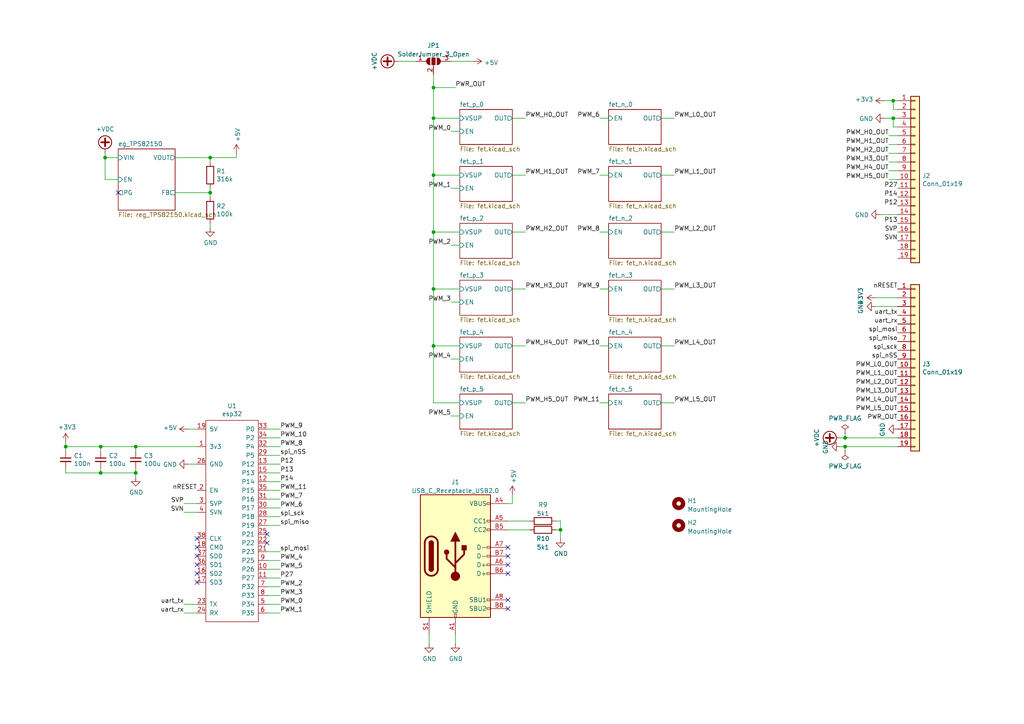
<source format=kicad_sch>
(kicad_sch (version 20211123) (generator eeschema)
  (paper "A4")
  (lib_symbols
    (symbol "Connector:USB_C_Receptacle_USB2.0" (pin_names (offset 1.016))
      (property "Reference" "J" (at -10.16 19.05 0))
      (property "Value" "USB_C_Receptacle_USB2.0" (at 19.05 19.05 0))
      (symbol "USB_C_Receptacle_USB2.0_0_0"
        (rectangle (start -0.254 -17.78) (end 0.254 -16.764))
        (rectangle (start 10.16 -14.986) (end 9.144 -15.494))
        (rectangle (start 10.16 -12.446) (end 9.144 -12.954))
        (rectangle (start 10.16 -4.826) (end 9.144 -5.334))
        (rectangle (start 10.16 -2.286) (end 9.144 -2.794))
        (rectangle (start 10.16 0.254) (end 9.144 -0.254))
        (rectangle (start 10.16 2.794) (end 9.144 2.286))
        (rectangle (start 10.16 7.874) (end 9.144 7.366))
        (rectangle (start 10.16 10.414) (end 9.144 9.906))
        (rectangle (start 10.16 15.494) (end 9.144 14.986))
      )
      (symbol "USB_C_Receptacle_USB2.0_0_1"
        (rectangle (start -10.16 17.78) (end 10.16 -17.78) (stroke (width 0.254)) (fill (type background)))
        (arc (start -8.89 -3.81) (mid -6.985 -5.715) (end -5.08 -3.81) (stroke (width 0.508)))
        (arc (start -7.62 -3.81) (mid -6.985 -4.445) (end -6.35 -3.81) (stroke (width 0.254)))
        (arc (start -7.62 -3.81) (mid -6.985 -4.445) (end -6.35 -3.81) (stroke (width 0.254)) (fill (type outline)))
        (rectangle (start -7.62 -3.81) (end -6.35 3.81) (stroke (width 0.254)) (fill (type outline)))
        (arc (start -6.35 3.81) (mid -6.985 4.445) (end -7.62 3.81) (stroke (width 0.254)))
        (arc (start -6.35 3.81) (mid -6.985 4.445) (end -7.62 3.81) (stroke (width 0.254)) (fill (type outline)))
        (arc (start -5.08 3.81) (mid -6.985 5.715) (end -8.89 3.81) (stroke (width 0.508)))
        (circle (center -2.54 1.143) (radius 0.635) (stroke (width 0.254)) (fill (type outline)))
        (circle (center 0 -5.842) (radius 1.27) (fill (type outline)))
        (polyline (pts (xy -8.89 -3.81) (xy -8.89 3.81)) (stroke (width 0.508)))
        (polyline (pts (xy -5.08 3.81) (xy -5.08 -3.81)) (stroke (width 0.508)))
        (polyline (pts (xy 0 -5.842) (xy 0 4.318)) (stroke (width 0.508)))
        (polyline (pts (xy 0 -3.302) (xy -2.54 -0.762) (xy -2.54 0.508)) (stroke (width 0.508)))
        (polyline (pts (xy 0 -2.032) (xy 2.54 0.508) (xy 2.54 1.778)) (stroke (width 0.508)))
        (polyline (pts (xy -1.27 4.318) (xy 0 6.858) (xy 1.27 4.318) (xy -1.27 4.318)) (stroke (width 0.254)) (fill (type outline)))
        (rectangle (start 1.905 1.778) (end 3.175 3.048) (stroke (width 0.254)) (fill (type outline)))
      )
      (symbol "USB_C_Receptacle_USB2.0_1_1"
        (pin passive line (at 0 -22.86 90) (length 5.08) (name "GND") (number "A1"))
        (pin passive line (at 0 -22.86 90) (length 5.08) hide (name "GND") (number "A12"))
        (pin passive line (at 15.24 15.24 180) (length 5.08) (name "VBUS") (number "A4"))
        (pin bidirectional line (at 15.24 10.16 180) (length 5.08) (name "CC1") (number "A5"))
        (pin bidirectional line (at 15.24 -2.54 180) (length 5.08) (name "D+") (number "A6"))
        (pin bidirectional line (at 15.24 2.54 180) (length 5.08) (name "D-") (number "A7"))
        (pin bidirectional line (at 15.24 -12.7 180) (length 5.08) (name "SBU1") (number "A8"))
        (pin passive line (at 15.24 15.24 180) (length 5.08) hide (name "VBUS") (number "A9"))
        (pin passive line (at 0 -22.86 90) (length 5.08) hide (name "GND") (number "B1"))
        (pin passive line (at 0 -22.86 90) (length 5.08) hide (name "GND") (number "B12"))
        (pin passive line (at 15.24 15.24 180) (length 5.08) hide (name "VBUS") (number "B4"))
        (pin bidirectional line (at 15.24 7.62 180) (length 5.08) (name "CC2") (number "B5"))
        (pin bidirectional line (at 15.24 -5.08 180) (length 5.08) (name "D+") (number "B6"))
        (pin bidirectional line (at 15.24 0 180) (length 5.08) (name "D-") (number "B7"))
        (pin bidirectional line (at 15.24 -15.24 180) (length 5.08) (name "SBU2") (number "B8"))
        (pin passive line (at 15.24 15.24 180) (length 5.08) hide (name "VBUS") (number "B9"))
        (pin passive line (at -7.62 -22.86 90) (length 5.08) (name "SHIELD") (number "S1"))
      )
    )
    (symbol "Connector_Generic:Conn_01x19" (pin_names (offset 1.016) hide)
      (property "Reference" "J" (at 0 25.4 0))
      (property "Value" "Conn_01x19" (at 0 -25.4 0))
      (symbol "Conn_01x19_1_1"
        (rectangle (start -1.27 -22.733) (end 0 -22.987) (stroke (width 0.1524)))
        (rectangle (start -1.27 -20.193) (end 0 -20.447) (stroke (width 0.1524)))
        (rectangle (start -1.27 -17.653) (end 0 -17.907) (stroke (width 0.1524)))
        (rectangle (start -1.27 -15.113) (end 0 -15.367) (stroke (width 0.1524)))
        (rectangle (start -1.27 -12.573) (end 0 -12.827) (stroke (width 0.1524)))
        (rectangle (start -1.27 -10.033) (end 0 -10.287) (stroke (width 0.1524)))
        (rectangle (start -1.27 -7.493) (end 0 -7.747) (stroke (width 0.1524)))
        (rectangle (start -1.27 -4.953) (end 0 -5.207) (stroke (width 0.1524)))
        (rectangle (start -1.27 -2.413) (end 0 -2.667) (stroke (width 0.1524)))
        (rectangle (start -1.27 0.127) (end 0 -0.127) (stroke (width 0.1524)))
        (rectangle (start -1.27 2.667) (end 0 2.413) (stroke (width 0.1524)))
        (rectangle (start -1.27 5.207) (end 0 4.953) (stroke (width 0.1524)))
        (rectangle (start -1.27 7.747) (end 0 7.493) (stroke (width 0.1524)))
        (rectangle (start -1.27 10.287) (end 0 10.033) (stroke (width 0.1524)))
        (rectangle (start -1.27 12.827) (end 0 12.573) (stroke (width 0.1524)))
        (rectangle (start -1.27 15.367) (end 0 15.113) (stroke (width 0.1524)))
        (rectangle (start -1.27 17.907) (end 0 17.653) (stroke (width 0.1524)))
        (rectangle (start -1.27 20.447) (end 0 20.193) (stroke (width 0.1524)))
        (rectangle (start -1.27 22.987) (end 0 22.733) (stroke (width 0.1524)))
        (rectangle (start -1.27 24.13) (end 1.27 -24.13) (stroke (width 0.254)) (fill (type background)))
        (pin passive line (at -5.08 22.86 0) (length 3.81) (name "Pin_1") (number "1"))
        (pin passive line (at -5.08 0 0) (length 3.81) (name "Pin_10") (number "10"))
        (pin passive line (at -5.08 -2.54 0) (length 3.81) (name "Pin_11") (number "11"))
        (pin passive line (at -5.08 -5.08 0) (length 3.81) (name "Pin_12") (number "12"))
        (pin passive line (at -5.08 -7.62 0) (length 3.81) (name "Pin_13") (number "13"))
        (pin passive line (at -5.08 -10.16 0) (length 3.81) (name "Pin_14") (number "14"))
        (pin passive line (at -5.08 -12.7 0) (length 3.81) (name "Pin_15") (number "15"))
        (pin passive line (at -5.08 -15.24 0) (length 3.81) (name "Pin_16") (number "16"))
        (pin passive line (at -5.08 -17.78 0) (length 3.81) (name "Pin_17") (number "17"))
        (pin passive line (at -5.08 -20.32 0) (length 3.81) (name "Pin_18") (number "18"))
        (pin passive line (at -5.08 -22.86 0) (length 3.81) (name "Pin_19") (number "19"))
        (pin passive line (at -5.08 20.32 0) (length 3.81) (name "Pin_2") (number "2"))
        (pin passive line (at -5.08 17.78 0) (length 3.81) (name "Pin_3") (number "3"))
        (pin passive line (at -5.08 15.24 0) (length 3.81) (name "Pin_4") (number "4"))
        (pin passive line (at -5.08 12.7 0) (length 3.81) (name "Pin_5") (number "5"))
        (pin passive line (at -5.08 10.16 0) (length 3.81) (name "Pin_6") (number "6"))
        (pin passive line (at -5.08 7.62 0) (length 3.81) (name "Pin_7") (number "7"))
        (pin passive line (at -5.08 5.08 0) (length 3.81) (name "Pin_8") (number "8"))
        (pin passive line (at -5.08 2.54 0) (length 3.81) (name "Pin_9") (number "9"))
      )
    )
    (symbol "Device:C_Small" (pin_numbers hide) (pin_names (offset 0.254) hide)
      (property "Reference" "C" (at 0.254 1.778 0))
      (property "Value" "C_Small" (at 0.254 -2.032 0))
      (symbol "C_Small_0_1"
        (polyline (pts (xy -1.524 -0.508) (xy 1.524 -0.508)) (stroke (width 0.3302)))
        (polyline (pts (xy -1.524 0.508) (xy 1.524 0.508)) (stroke (width 0.3048)))
      )
      (symbol "C_Small_1_1"
        (pin passive line (at 0 2.54 270) (length 2.032) (name "~") (number "1"))
        (pin passive line (at 0 -2.54 90) (length 2.032) (name "~") (number "2"))
      )
    )
    (symbol "Device:R" (pin_numbers hide) (pin_names (offset 0))
      (property "Reference" "R" (at 2.032 0 90))
      (property "Value" "R" (at 0 0 90))
      (symbol "R_0_1"
        (rectangle (start -1.016 -2.54) (end 1.016 2.54) (stroke (width 0.254)))
      )
      (symbol "R_1_1"
        (pin passive line (at 0 3.81 270) (length 1.27) (name "~") (number "1"))
        (pin passive line (at 0 -3.81 90) (length 1.27) (name "~") (number "2"))
      )
    )
    (symbol "Jumper:SolderJumper_3_Open" (pin_names (offset 0) hide)
      (property "Reference" "JP" (at -2.54 -2.54 0))
      (property "Value" "SolderJumper_3_Open" (at 0 2.794 0))
      (symbol "SolderJumper_3_Open_0_1"
        (arc (start -1.016 1.016) (mid -2.032 0) (end -1.016 -1.016))
        (arc (start -1.016 1.016) (mid -2.032 0) (end -1.016 -1.016) (fill (type outline)))
        (rectangle (start -0.508 1.016) (end 0.508 -1.016) (fill (type outline)))
        (polyline (pts (xy -2.54 0) (xy -2.032 0)))
        (polyline (pts (xy -1.016 1.016) (xy -1.016 -1.016)))
        (polyline (pts (xy 0 -1.27) (xy 0 -1.016)))
        (polyline (pts (xy 1.016 1.016) (xy 1.016 -1.016)))
        (polyline (pts (xy 2.54 0) (xy 2.032 0)))
        (arc (start 1.016 -1.016) (mid 2.032 0) (end 1.016 1.016))
        (arc (start 1.016 -1.016) (mid 2.032 0) (end 1.016 1.016) (fill (type outline)))
      )
      (symbol "SolderJumper_3_Open_1_1"
        (pin passive line (at -5.08 0 0) (length 2.54) (name "A") (number "1"))
        (pin passive line (at 0 -3.81 90) (length 2.54) (name "C") (number "2"))
        (pin passive line (at 5.08 0 180) (length 2.54) (name "B") (number "3"))
      )
    )
    (symbol "Mechanical:MountingHole" (pin_names (offset 1.016))
      (property "Reference" "H" (at 0 5.08 0))
      (property "Value" "MountingHole" (at 0 3.175 0))
      (symbol "MountingHole_0_1"
        (circle (center 0 0) (radius 1.27) (stroke (width 1.27)))
      )
    )
    (symbol "nodemcu:esp32" (pin_names (offset 1.016))
      (property "Reference" "U" (at 3.81 -27.94 0))
      (property "Value" "esp32" (at -5.08 -27.94 0))
      (symbol "esp32_0_1"
        (rectangle (start -7.62 31.75) (end 7.62 -26.67))
      )
      (symbol "esp32_1_1"
        (pin power_out line (at -10.16 24.13 0) (length 2.54) (name "3v3") (number "1"))
        (pin bidirectional line (at 10.16 -11.43 180) (length 2.54) (name "P26") (number "10"))
        (pin bidirectional line (at 10.16 -13.97 180) (length 2.54) (name "P27") (number "11"))
        (pin bidirectional line (at 10.16 13.97 180) (length 2.54) (name "P14") (number "12"))
        (pin bidirectional line (at 10.16 19.05 180) (length 2.54) (name "P12") (number "13"))
        (pin passive line (at -10.16 19.05 0) (length 2.54) hide (name "GND") (number "14"))
        (pin bidirectional line (at 10.16 16.51 180) (length 2.54) (name "P13") (number "15"))
        (pin bidirectional line (at -10.16 -12.7 0) (length 2.54) (name "SD2") (number "16"))
        (pin bidirectional line (at -10.16 -15.24 0) (length 2.54) (name "SD3") (number "17"))
        (pin bidirectional line (at -10.16 -5.08 0) (length 2.54) (name "CMD") (number "18"))
        (pin power_in line (at -10.16 29.21 0) (length 2.54) (name "5V") (number "19"))
        (pin input line (at -10.16 11.43 0) (length 2.54) (name "EN") (number "2"))
        (pin passive line (at -10.16 19.05 0) (length 2.54) hide (name "GND") (number "20"))
        (pin bidirectional line (at 10.16 -6.35 180) (length 2.54) (name "P23") (number "21"))
        (pin bidirectional line (at 10.16 -3.81 180) (length 2.54) (name "P22") (number "22"))
        (pin output line (at -10.16 -21.59 0) (length 2.54) (name "TX") (number "23"))
        (pin input line (at -10.16 -24.13 0) (length 2.54) (name "RX") (number "24"))
        (pin bidirectional line (at 10.16 -1.27 180) (length 2.54) (name "P21") (number "25"))
        (pin power_in line (at -10.16 19.05 0) (length 2.54) (name "GND") (number "26"))
        (pin bidirectional line (at 10.16 1.27 180) (length 2.54) (name "P19") (number "27"))
        (pin bidirectional line (at 10.16 3.81 180) (length 2.54) (name "P18") (number "28"))
        (pin bidirectional line (at 10.16 21.59 180) (length 2.54) (name "P5") (number "29"))
        (pin bidirectional line (at -10.16 7.62 0) (length 2.54) (name "SVP") (number "3"))
        (pin bidirectional line (at 10.16 6.35 180) (length 2.54) (name "P17") (number "30"))
        (pin bidirectional line (at 10.16 8.89 180) (length 2.54) (name "P16") (number "31"))
        (pin bidirectional line (at 10.16 24.13 180) (length 2.54) (name "P4") (number "32"))
        (pin bidirectional line (at 10.16 29.21 180) (length 2.54) (name "P0") (number "33"))
        (pin bidirectional line (at 10.16 26.67 180) (length 2.54) (name "P2") (number "34"))
        (pin bidirectional line (at 10.16 11.43 180) (length 2.54) (name "P15") (number "35"))
        (pin bidirectional line (at -10.16 -10.16 0) (length 2.54) (name "SD1") (number "36"))
        (pin bidirectional line (at -10.16 -7.62 0) (length 2.54) (name "SD0") (number "37"))
        (pin bidirectional line (at -10.16 -2.54 0) (length 2.54) (name "CLK") (number "38"))
        (pin bidirectional line (at -10.16 5.08 0) (length 2.54) (name "SVN") (number "4"))
        (pin bidirectional line (at 10.16 -21.59 180) (length 2.54) (name "P34") (number "5"))
        (pin bidirectional line (at 10.16 -24.13 180) (length 2.54) (name "P35") (number "6"))
        (pin bidirectional line (at 10.16 -16.51 180) (length 2.54) (name "P32") (number "7"))
        (pin bidirectional line (at 10.16 -19.05 180) (length 2.54) (name "P33") (number "8"))
        (pin bidirectional line (at 10.16 -8.89 180) (length 2.54) (name "P25") (number "9"))
      )
    )
    (symbol "power:+3V3" (power) (pin_names (offset 0))
      (property "Value" "+3V3" (at 0 3.556 0))
      (symbol "+3V3_0_1"
        (polyline (pts (xy -0.762 1.27) (xy 0 2.54)))
        (polyline (pts (xy 0 0) (xy 0 2.54)))
        (polyline (pts (xy 0 2.54) (xy 0.762 1.27)))
      )
      (symbol "+3V3_1_1"
        (pin power_in line (at 0 0 90) (length 0) hide (name "+3V3") (number "1"))
      )
    )
    (symbol "power:+5V" (power) (pin_names (offset 0))
      (property "Value" "+5V" (at 0 3.556 0))
      (symbol "+5V_0_1"
        (polyline (pts (xy -0.762 1.27) (xy 0 2.54)))
        (polyline (pts (xy 0 0) (xy 0 2.54)))
        (polyline (pts (xy 0 2.54) (xy 0.762 1.27)))
      )
      (symbol "+5V_1_1"
        (pin power_in line (at 0 0 90) (length 0) hide (name "+5V") (number "1"))
      )
    )
    (symbol "power:+VDC" (power) (pin_names (offset 0))
      (property "Value" "+VDC" (at 0 6.35 0))
      (symbol "+VDC_0_1"
        (polyline (pts (xy -1.143 3.175) (xy 1.143 3.175)) (stroke (width 0.508)))
        (polyline (pts (xy 0 0) (xy 0 1.27)))
        (polyline (pts (xy 0 2.032) (xy 0 4.318)) (stroke (width 0.508)))
        (circle (center 0 3.175) (radius 1.905) (stroke (width 0.254)))
      )
      (symbol "+VDC_1_1"
        (pin power_in line (at 0 0 90) (length 0) hide (name "+VDC") (number "1"))
      )
    )
    (symbol "power:GND" (power) (pin_names (offset 0))
      (property "Value" "GND" (at 0 -3.81 0))
      (symbol "GND_0_1"
        (polyline (pts (xy 0 0) (xy 0 -1.27) (xy 1.27 -1.27) (xy 0 -2.54) (xy -1.27 -1.27) (xy 0 -1.27)))
      )
      (symbol "GND_1_1"
        (pin power_in line (at 0 0 270) (length 0) hide (name "GND") (number "1"))
      )
    )
    (symbol "power:PWR_FLAG" (power) (pin_numbers hide) (pin_names (offset 0) hide)
      (property "Value" "PWR_FLAG" (at 0 3.81 0))
      (symbol "PWR_FLAG_0_0"
        (pin power_out line (at 0 0 90) (length 0) (name "pwr") (number "1"))
      )
      (symbol "PWR_FLAG_0_1"
        (polyline (pts (xy 0 0) (xy 0 1.27) (xy -1.016 1.905) (xy 0 2.54) (xy 1.016 1.905) (xy 0 1.27)))
      )
    )
  )
  (junction (at 125.73 67.31))
  (junction (at 60.96 45.72))
  (junction (at 125.73 100.33))
  (junction (at 259.08 29.21))
  (junction (at 29.21 129.54))
  (junction (at 29.21 137.16))
  (junction (at 245.11 127))
  (junction (at 19.05 129.54))
  (junction (at 125.73 25.4))
  (junction (at 125.73 34.29))
  (junction (at 162.56 153.67))
  (junction (at 259.08 34.29))
  (junction (at 125.73 50.8))
  (junction (at 39.37 137.16))
  (junction (at 30.48 45.72))
  (junction (at 39.37 129.54))
  (junction (at 125.73 83.82))
  (junction (at 60.96 55.88))
  (junction (at 245.11 129.54))
  (no_connect (at 147.32 166.37))
  (no_connect (at 147.32 158.75))
  (no_connect (at 147.32 161.29))
  (no_connect (at 147.32 163.83))
  (no_connect (at 77.47 157.48))
  (no_connect (at 147.32 173.99))
  (no_connect (at 147.32 176.53))
  (no_connect (at 57.15 158.75))
  (no_connect (at 57.15 166.37))
  (no_connect (at 57.15 161.29))
  (no_connect (at 77.47 154.94))
  (no_connect (at 34.29 55.88))
  (no_connect (at 57.15 163.83))
  (no_connect (at 57.15 156.21))
  (no_connect (at 57.15 168.91))
  (wire (pts (xy 245.11 130.81) (xy 245.11 129.54)))
  (wire (pts (xy 191.77 116.84) (xy 195.58 116.84)))
  (wire (pts (xy 77.47 152.4) (xy 81.28 152.4)))
  (wire (pts (xy 60.96 55.88) (xy 60.96 54.61)))
  (wire (pts (xy 259.08 29.21) (xy 260.35 29.21)))
  (wire (pts (xy 54.61 134.62) (xy 57.15 134.62)))
  (wire (pts (xy 19.05 129.54) (xy 19.05 130.81)))
  (wire (pts (xy 161.29 151.13) (xy 162.56 151.13)))
  (wire (pts (xy 29.21 129.54) (xy 39.37 129.54)))
  (wire (pts (xy 77.47 132.08) (xy 81.28 132.08)))
  (wire (pts (xy 257.81 46.99) (xy 260.35 46.99)))
  (wire (pts (xy 50.8 45.72) (xy 60.96 45.72)))
  (wire (pts (xy 162.56 153.67) (xy 162.56 156.21)))
  (wire (pts (xy 148.59 143.51) (xy 148.59 146.05)))
  (wire (pts (xy 130.81 17.78) (xy 137.16 17.78)))
  (wire (pts (xy 77.47 167.64) (xy 81.28 167.64)))
  (wire (pts (xy 125.73 50.8) (xy 125.73 34.29)))
  (wire (pts (xy 125.73 25.4) (xy 125.73 34.29)))
  (wire (pts (xy 125.73 100.33) (xy 133.35 100.33)))
  (wire (pts (xy 245.11 125.73) (xy 245.11 127)))
  (wire (pts (xy 191.77 34.29) (xy 195.58 34.29)))
  (wire (pts (xy 162.56 151.13) (xy 162.56 153.67)))
  (wire (pts (xy 39.37 129.54) (xy 39.37 130.81)))
  (wire (pts (xy 39.37 138.43) (xy 39.37 137.16)))
  (wire (pts (xy 125.73 67.31) (xy 133.35 67.31)))
  (wire (pts (xy 243.84 129.54) (xy 245.11 129.54)))
  (wire (pts (xy 191.77 67.31) (xy 195.58 67.31)))
  (wire (pts (xy 77.47 139.7) (xy 81.28 139.7)))
  (wire (pts (xy 125.73 25.4) (xy 132.08 25.4)))
  (wire (pts (xy 29.21 129.54) (xy 29.21 130.81)))
  (wire (pts (xy 161.29 153.67) (xy 162.56 153.67)))
  (wire (pts (xy 77.47 142.24) (xy 81.28 142.24)))
  (wire (pts (xy 60.96 66.04) (xy 60.96 64.77)))
  (wire (pts (xy 60.96 45.72) (xy 68.58 45.72)))
  (wire (pts (xy 125.73 50.8) (xy 125.73 67.31)))
  (wire (pts (xy 132.08 184.15) (xy 132.08 186.69)))
  (wire (pts (xy 77.47 137.16) (xy 81.28 137.16)))
  (wire (pts (xy 77.47 134.62) (xy 81.28 134.62)))
  (wire (pts (xy 260.35 49.53) (xy 257.81 49.53)))
  (wire (pts (xy 260.35 36.83) (xy 259.08 36.83)))
  (wire (pts (xy 147.32 151.13) (xy 153.67 151.13)))
  (wire (pts (xy 133.35 120.65) (xy 130.81 120.65)))
  (wire (pts (xy 243.84 127) (xy 245.11 127)))
  (wire (pts (xy 133.35 71.12) (xy 130.81 71.12)))
  (wire (pts (xy 147.32 153.67) (xy 153.67 153.67)))
  (wire (pts (xy 259.08 34.29) (xy 260.35 34.29)))
  (wire (pts (xy 260.35 39.37) (xy 257.81 39.37)))
  (wire (pts (xy 125.73 21.59) (xy 125.73 25.4)))
  (wire (pts (xy 125.73 83.82) (xy 133.35 83.82)))
  (wire (pts (xy 39.37 129.54) (xy 57.15 129.54)))
  (wire (pts (xy 125.73 116.84) (xy 125.73 100.33)))
  (wire (pts (xy 39.37 137.16) (xy 29.21 137.16)))
  (wire (pts (xy 77.47 124.46) (xy 81.28 124.46)))
  (wire (pts (xy 256.54 29.21) (xy 259.08 29.21)))
  (wire (pts (xy 77.47 177.8) (xy 81.28 177.8)))
  (wire (pts (xy 255.27 62.23) (xy 260.35 62.23)))
  (wire (pts (xy 147.32 146.05) (xy 148.59 146.05)))
  (wire (pts (xy 19.05 128.27) (xy 19.05 129.54)))
  (wire (pts (xy 77.47 129.54) (xy 81.28 129.54)))
  (wire (pts (xy 54.61 124.46) (xy 57.15 124.46)))
  (wire (pts (xy 254 88.9) (xy 260.35 88.9)))
  (wire (pts (xy 57.15 177.8) (xy 53.34 177.8)))
  (wire (pts (xy 60.96 55.88) (xy 60.96 57.15)))
  (wire (pts (xy 125.73 34.29) (xy 133.35 34.29)))
  (wire (pts (xy 257.81 41.91) (xy 260.35 41.91)))
  (wire (pts (xy 148.59 116.84) (xy 152.4 116.84)))
  (wire (pts (xy 34.29 45.72) (xy 30.48 45.72)))
  (wire (pts (xy 148.59 83.82) (xy 152.4 83.82)))
  (wire (pts (xy 125.73 116.84) (xy 133.35 116.84)))
  (wire (pts (xy 77.47 170.18) (xy 81.28 170.18)))
  (wire (pts (xy 50.8 55.88) (xy 60.96 55.88)))
  (wire (pts (xy 259.08 36.83) (xy 259.08 34.29)))
  (wire (pts (xy 115.57 17.78) (xy 120.65 17.78)))
  (wire (pts (xy 77.47 149.86) (xy 81.28 149.86)))
  (wire (pts (xy 29.21 135.89) (xy 29.21 137.16)))
  (wire (pts (xy 68.58 45.72) (xy 68.58 44.45)))
  (wire (pts (xy 260.35 44.45) (xy 257.81 44.45)))
  (wire (pts (xy 245.11 127) (xy 260.35 127)))
  (wire (pts (xy 256.54 34.29) (xy 259.08 34.29)))
  (wire (pts (xy 173.99 50.8) (xy 176.53 50.8)))
  (wire (pts (xy 125.73 50.8) (xy 133.35 50.8)))
  (wire (pts (xy 30.48 52.07) (xy 30.48 45.72)))
  (wire (pts (xy 39.37 135.89) (xy 39.37 137.16)))
  (wire (pts (xy 191.77 100.33) (xy 195.58 100.33)))
  (wire (pts (xy 124.46 184.15) (xy 124.46 186.69)))
  (wire (pts (xy 148.59 50.8) (xy 152.4 50.8)))
  (wire (pts (xy 148.59 67.31) (xy 152.4 67.31)))
  (wire (pts (xy 245.11 129.54) (xy 260.35 129.54)))
  (wire (pts (xy 34.29 52.07) (xy 30.48 52.07)))
  (wire (pts (xy 77.47 172.72) (xy 81.28 172.72)))
  (wire (pts (xy 19.05 135.89) (xy 19.05 137.16)))
  (wire (pts (xy 77.47 160.02) (xy 81.28 160.02)))
  (wire (pts (xy 173.99 100.33) (xy 176.53 100.33)))
  (wire (pts (xy 191.77 83.82) (xy 195.58 83.82)))
  (wire (pts (xy 257.81 52.07) (xy 260.35 52.07)))
  (wire (pts (xy 30.48 45.72) (xy 30.48 44.45)))
  (wire (pts (xy 173.99 67.31) (xy 176.53 67.31)))
  (wire (pts (xy 60.96 45.72) (xy 60.96 46.99)))
  (wire (pts (xy 191.77 50.8) (xy 195.58 50.8)))
  (wire (pts (xy 173.99 116.84) (xy 176.53 116.84)))
  (wire (pts (xy 173.99 34.29) (xy 176.53 34.29)))
  (wire (pts (xy 133.35 38.1) (xy 130.81 38.1)))
  (wire (pts (xy 53.34 146.05) (xy 57.15 146.05)))
  (wire (pts (xy 133.35 104.14) (xy 130.81 104.14)))
  (wire (pts (xy 148.59 100.33) (xy 152.4 100.33)))
  (wire (pts (xy 57.15 148.59) (xy 53.34 148.59)))
  (wire (pts (xy 29.21 129.54) (xy 19.05 129.54)))
  (wire (pts (xy 57.15 175.26) (xy 53.34 175.26)))
  (wire (pts (xy 77.47 165.1) (xy 81.28 165.1)))
  (wire (pts (xy 173.99 83.82) (xy 176.53 83.82)))
  (wire (pts (xy 77.47 162.56) (xy 81.28 162.56)))
  (wire (pts (xy 259.08 31.75) (xy 259.08 29.21)))
  (wire (pts (xy 77.47 175.26) (xy 81.28 175.26)))
  (wire (pts (xy 133.35 87.63) (xy 130.81 87.63)))
  (wire (pts (xy 125.73 67.31) (xy 125.73 83.82)))
  (wire (pts (xy 260.35 86.36) (xy 254 86.36)))
  (wire (pts (xy 260.35 31.75) (xy 259.08 31.75)))
  (wire (pts (xy 29.21 137.16) (xy 19.05 137.16)))
  (wire (pts (xy 77.47 144.78) (xy 81.28 144.78)))
  (wire (pts (xy 133.35 54.61) (xy 130.81 54.61)))
  (wire (pts (xy 125.73 100.33) (xy 125.73 83.82)))
  (wire (pts (xy 77.47 147.32) (xy 81.28 147.32)))
  (wire (pts (xy 148.59 34.29) (xy 152.4 34.29)))
  (wire (pts (xy 77.47 127) (xy 81.28 127)))
  (label "PWM_L3_OUT" (at 195.58 83.82 0))
  (label "PWM_H0_OUT" (at 257.81 39.37 180))
  (label "P14" (at 81.28 139.7 0))
  (label "PWM_1" (at 130.81 54.61 180))
  (label "PWM_H3_OUT" (at 152.4 83.82 0))
  (label "PWM_0" (at 130.81 38.1 180))
  (label "PWM_10" (at 81.28 127 0))
  (label "PWM_11" (at 81.28 142.24 0))
  (label "spi_mosi" (at 260.35 96.52 180))
  (label "nRESET" (at 260.35 83.82 180))
  (label "uart_rx" (at 260.35 93.98 180))
  (label "PWM_1" (at 81.28 177.8 0))
  (label "PWM_H5_OUT" (at 152.4 116.84 0))
  (label "PWM_9" (at 81.28 124.46 0))
  (label "PWM_10" (at 173.99 100.33 180))
  (label "P13" (at 260.35 64.77 180))
  (label "spi_sck" (at 81.28 149.86 0))
  (label "PWM_H1_OUT" (at 257.81 41.91 180))
  (label "PWM_11" (at 173.99 116.84 180))
  (label "PWM_4" (at 130.81 104.14 180))
  (label "PWM_H2_OUT" (at 257.81 44.45 180))
  (label "PWM_L2_OUT" (at 195.58 67.31 0))
  (label "PWM_6" (at 173.99 34.29 180))
  (label "PWR_OUT" (at 132.08 25.4 0))
  (label "PWM_H4_OUT" (at 257.81 49.53 180))
  (label "PWM_L1_OUT" (at 260.35 109.22 180))
  (label "P27" (at 81.28 167.64 0))
  (label "PWM_H1_OUT" (at 152.4 50.8 0))
  (label "PWM_5" (at 130.81 120.65 180))
  (label "SVP" (at 53.34 146.05 180))
  (label "PWM_H2_OUT" (at 152.4 67.31 0))
  (label "PWM_8" (at 81.28 129.54 0))
  (label "PWM_L0_OUT" (at 260.35 106.68 180))
  (label "spi_miso" (at 260.35 99.06 180))
  (label "spi_sck" (at 260.35 101.6 180))
  (label "PWM_L2_OUT" (at 260.35 111.76 180))
  (label "PWM_L0_OUT" (at 195.58 34.29 0))
  (label "uart_tx" (at 53.34 175.26 180))
  (label "PWM_H3_OUT" (at 257.81 46.99 180))
  (label "PWM_L4_OUT" (at 260.35 116.84 180))
  (label "PWM_7" (at 173.99 50.8 180))
  (label "PWM_H4_OUT" (at 152.4 100.33 0))
  (label "SVN" (at 260.35 69.85 180))
  (label "PWM_6" (at 81.28 147.32 0))
  (label "PWM_L1_OUT" (at 195.58 50.8 0))
  (label "PWM_9" (at 173.99 83.82 180))
  (label "PWM_L5_OUT" (at 260.35 119.38 180))
  (label "SVP" (at 260.35 67.31 180))
  (label "spi_nSS" (at 81.28 132.08 0))
  (label "PWM_L5_OUT" (at 195.58 116.84 0))
  (label "PWM_H0_OUT" (at 152.4 34.29 0))
  (label "PWM_L4_OUT" (at 195.58 100.33 0))
  (label "PWM_7" (at 81.28 144.78 0))
  (label "P27" (at 260.35 54.61 180))
  (label "PWR_OUT" (at 260.35 121.92 180))
  (label "P14" (at 260.35 57.15 180))
  (label "PWM_5" (at 81.28 165.1 0))
  (label "PWM_4" (at 81.28 162.56 0))
  (label "PWM_8" (at 173.99 67.31 180))
  (label "PWM_H5_OUT" (at 257.81 52.07 180))
  (label "PWM_0" (at 81.28 175.26 0))
  (label "spi_miso" (at 81.28 152.4 0))
  (label "PWM_3" (at 81.28 172.72 0))
  (label "PWM_3" (at 130.81 87.63 180))
  (label "PWM_L3_OUT" (at 260.35 114.3 180))
  (label "P12" (at 260.35 59.69 180))
  (label "PWM_2" (at 130.81 71.12 180))
  (label "SVN" (at 53.34 148.59 180))
  (label "uart_tx" (at 260.35 91.44 180))
  (label "spi_nSS" (at 260.35 104.14 180))
  (label "PWM_2" (at 81.28 170.18 0))
  (label "uart_rx" (at 53.34 177.8 180))
  (label "P12" (at 81.28 134.62 0))
  (label "P13" (at 81.28 137.16 0))
  (label "nRESET" (at 57.15 142.24 180))
  (label "spi_mosi" (at 81.28 160.02 0))
  (symbol (lib_id "nodemcu:esp32") (at 67.31 153.67 0) (unit 1)
    (property "Reference" "U1" (at 67.31 117.729 0))
    (property "Value" "esp32" (at 67.31 120.0404 0))
    (property "Footprint" "nodemcu:esp-32s" (effects hide))
  )
  (symbol (lib_id "power:GND") (at 54.61 134.62 270) (unit 1)
    (property "Reference" "#PWR06" (effects hide))
    (property "Value" "GND" (at 51.3588 134.747 90) (effects (justify right)))
  )
  (symbol (lib_id "power:+5V") (at 54.61 124.46 90) (unit 1)
    (property "Reference" "#PWR05" (effects hide))
    (property "Value" "+5V" (at 51.3588 124.079 90) (effects (justify left)))
  )
  (symbol (lib_id "power:+3V3") (at 19.05 128.27 0) (unit 1)
    (property "Reference" "#PWR01" (effects hide))
    (property "Value" "+3V3" (at 19.431 123.8758 0))
  )
  (symbol (lib_id "Device:C_Small") (at 39.37 133.35 0) (unit 1)
    (property "Reference" "C3" (at 41.7068 132.1816 0) (effects (justify left)))
    (property "Value" "100u" (at 41.7068 134.493 0) (effects (justify left)))
    (property "Footprint" "Capacitor_SMD:C_0805_2012Metric" (effects hide))
  )
  (symbol (lib_id "Device:C_Small") (at 29.21 133.35 0) (unit 1)
    (property "Reference" "C2" (at 31.5468 132.1816 0) (effects (justify left)))
    (property "Value" "100u" (at 31.5468 134.493 0) (effects (justify left)))
    (property "Footprint" "Capacitor_SMD:C_0805_2012Metric" (effects hide))
  )
  (symbol (lib_id "power:GND") (at 39.37 138.43 0) (unit 1)
    (property "Reference" "#PWR03" (effects hide))
    (property "Value" "GND" (at 39.497 142.8242 0))
  )
  (symbol (lib_id "Device:C_Small") (at 19.05 133.35 0) (unit 1)
    (property "Reference" "C1" (at 21.3868 132.1816 0) (effects (justify left)))
    (property "Value" "100n" (at 21.3868 134.493 0) (effects (justify left)))
    (property "Footprint" "Capacitor_SMD:C_0402_1005Metric" (effects hide))
  )
  (symbol (lib_id "Device:R") (at 60.96 50.8 0) (unit 1)
    (property "Reference" "R1" (at 62.738 49.6316 0) (effects (justify left)))
    (property "Value" "316k" (at 62.738 51.943 0) (effects (justify left)))
    (property "Footprint" "Resistor_SMD:R_0402_1005Metric" (effects hide))
  )
  (symbol (lib_id "Device:R") (at 60.96 60.96 0) (unit 1)
    (property "Reference" "R2" (at 62.738 59.7916 0) (effects (justify left)))
    (property "Value" "100k" (at 62.738 62.103 0) (effects (justify left)))
    (property "Footprint" "Resistor_SMD:R_0402_1005Metric" (effects hide))
  )
  (symbol (lib_id "power:GND") (at 60.96 66.04 0) (unit 1)
    (property "Reference" "#PWR04" (effects hide))
    (property "Value" "GND" (at 61.087 70.4342 0))
  )
  (symbol (lib_id "power:+5V") (at 68.58 44.45 0) (unit 1)
    (property "Reference" "#PWR07" (effects hide))
    (property "Value" "+5V" (at 68.961 41.1988 90) (effects (justify left)))
  )
  (symbol (lib_id "power:+VDC") (at 115.57 17.78 90) (unit 1)
    (property "Reference" "#PWR09" (effects hide))
    (property "Value" "+VDC" (at 108.585 17.78 0))
  )
  (symbol (lib_id "power:+VDC") (at 30.48 44.45 0) (unit 1)
    (property "Reference" "#PWR02" (effects hide))
    (property "Value" "+VDC" (at 30.48 37.465 0))
  )
  (symbol (lib_id "power:GND") (at 243.84 129.54 270) (unit 1)
    (property "Reference" "#PWR016" (effects hide))
    (property "Value" "GND" (at 239.4458 129.667 0))
  )
  (symbol (lib_id "power:GND") (at 256.54 34.29 270) (unit 1)
    (property "Reference" "#PWR019" (effects hide))
    (property "Value" "GND" (at 253.2888 34.417 90) (effects (justify right)))
  )
  (symbol (lib_id "power:+3V3") (at 256.54 29.21 90) (unit 1)
    (property "Reference" "#PWR018" (effects hide))
    (property "Value" "+3V3" (at 253.2888 28.829 90) (effects (justify left)))
  )
  (symbol (lib_id "power:PWR_FLAG") (at 245.11 130.81 180) (unit 1)
    (property "Reference" "#FLG02" (effects hide))
    (property "Value" "PWR_FLAG" (at 245.11 135.2042 0))
  )
  (symbol (lib_id "power:GND") (at 254 88.9 270) (unit 1)
    (property "Reference" "#PWR012" (effects hide))
    (property "Value" "GND" (at 249.6058 89.027 0))
  )
  (symbol (lib_id "power:GND") (at 255.27 62.23 270) (unit 1)
    (property "Reference" "#PWR017" (effects hide))
    (property "Value" "GND" (at 252.0188 62.357 90) (effects (justify right)))
  )
  (symbol (lib_id "power:+3V3") (at 254 86.36 90) (unit 1)
    (property "Reference" "#PWR011" (effects hide))
    (property "Value" "+3V3" (at 249.6058 85.979 0))
  )
  (symbol (lib_id "Connector_Generic:Conn_01x19") (at 265.43 106.68 0) (unit 1)
    (property "Reference" "J3" (at 267.462 105.6132 0) (effects (justify left)))
    (property "Value" "Conn_01x19" (at 267.462 107.9246 0) (effects (justify left)))
    (property "Footprint" "Connector_PinHeader_2.54mm:PinHeader_1x19_P2.54mm_Vertical" (effects hide))
  )
  (symbol (lib_id "Connector_Generic:Conn_01x19") (at 265.43 52.07 0) (unit 1)
    (property "Reference" "J2" (at 267.462 51.0032 0) (effects (justify left)))
    (property "Value" "Conn_01x19" (at 267.462 53.3146 0) (effects (justify left)))
    (property "Footprint" "Connector_PinHeader_2.54mm:PinHeader_1x19_P2.54mm_Vertical" (effects hide))
  )
  (symbol (lib_id "power:PWR_FLAG") (at 245.11 125.73 0) (unit 1)
    (property "Reference" "#FLG01" (effects hide))
    (property "Value" "PWR_FLAG" (at 245.11 121.3358 0))
  )
  (symbol (lib_id "power:+VDC") (at 243.84 127 90) (unit 1)
    (property "Reference" "#PWR015" (effects hide))
    (property "Value" "+VDC" (at 236.855 127 0))
  )
  (symbol (lib_id "Mechanical:MountingHole") (at 196.85 146.05 0) (unit 1)
    (property "Reference" "H1" (at 199.39 145.2153 0) (effects (justify left)))
    (property "Value" "MountingHole" (at 199.39 147.7522 0) (effects (justify left)))
    (property "Footprint" "MountingHole:MountingHole_3.2mm_M3" (effects hide))
  )
  (symbol (lib_id "Jumper:SolderJumper_3_Open") (at 125.73 17.78 0) (unit 1)
    (property "Reference" "JP1" (at 125.73 13.1912 0))
    (property "Value" "SolderJumper_3_Open" (at 125.73 15.7281 0))
    (property "Footprint" "Jumper:SolderJumper-3_P1.3mm_Open_Pad1.0x1.5mm" (effects hide))
  )
  (symbol (lib_id "power:GND") (at 162.56 156.21 0) (unit 1)
    (property "Reference" "#PWR030" (effects hide))
    (property "Value" "GND" (at 162.687 160.6042 0))
  )
  (symbol (lib_id "power:GND") (at 124.46 186.69 0) (unit 1)
    (property "Reference" "#PWR08" (effects hide))
    (property "Value" "GND" (at 124.587 191.0842 0))
  )
  (symbol (lib_id "power:+5V") (at 137.16 17.78 270) (unit 1)
    (property "Reference" "#PWR0102" (effects hide))
    (property "Value" "+5V" (at 140.4112 18.161 90) (effects (justify left)))
  )
  (symbol (lib_id "power:GND") (at 260.35 124.46 270) (unit 1)
    (property "Reference" "#PWR0103" (effects hide))
    (property "Value" "GND" (at 255.9558 124.587 0))
  )
  (symbol (lib_id "power:+5V") (at 148.59 143.51 0) (unit 1)
    (property "Reference" "#PWR0101" (effects hide))
    (property "Value" "+5V" (at 148.971 140.2588 90) (effects (justify left)))
  )
  (symbol (lib_id "Mechanical:MountingHole") (at 196.85 152.4 0) (unit 1)
    (property "Reference" "H2" (at 199.39 151.5653 0) (effects (justify left)))
    (property "Value" "MountingHole" (at 199.39 154.1022 0) (effects (justify left)))
    (property "Footprint" "MountingHole:MountingHole_3.2mm_M3" (effects hide))
  )
  (symbol (lib_id "Connector:USB_C_Receptacle_USB2.0") (at 132.08 161.29 0) (unit 1)
    (property "Reference" "J1" (at 132.08 139.8102 0))
    (property "Value" "USB_C_Receptacle_USB2.0" (at 132.08 142.3471 0))
    (property "Footprint" "Connector_USB:USB_C_Receptacle_GCT_USB4085" (effects hide))
    (property "Datasheet" "https://www.usb.org/sites/default/files/documents/usb_type-c.zip" (effects hide))
  )
  (symbol (lib_id "Device:R") (at 157.48 153.67 90) (unit 1)
    (property "Reference" "R10" (at 157.48 156.21 90))
    (property "Value" "5k1" (at 157.48 158.75 90))
    (property "Footprint" "Resistor_SMD:R_0402_1005Metric" (effects hide))
  )
  (symbol (lib_id "Device:R") (at 157.48 151.13 90) (unit 1)
    (property "Reference" "R9" (at 157.48 146.4142 90))
    (property "Value" "5k1" (at 157.48 148.9511 90))
    (property "Footprint" "Resistor_SMD:R_0402_1005Metric" (effects hide))
  )
  (symbol (lib_id "power:GND") (at 132.08 186.69 0) (unit 1)
    (property "Reference" "#PWR010" (effects hide))
    (property "Value" "GND" (at 132.207 191.0842 0))
  )
  (sheet (at 133.35 48.26) (size 15.24 10.16)
    (property "Sheet name" "fet_p_1" (at 133.35 47.5484 0) (effects (justify left bottom)))
    (property "Sheet file" "fet.kicad_sch" (at 133.35 59.0046 0) (effects (justify left top)))
    (pin "VSUP" input (at 133.35 50.8 180))
    (pin "OUT" output (at 148.59 50.8 0))
    (pin "EN" input (at 133.35 54.61 180))
  )
  (sheet (at 133.35 64.77) (size 15.24 10.16)
    (property "Sheet name" "fet_p_2" (at 133.35 64.0584 0) (effects (justify left bottom)))
    (property "Sheet file" "fet.kicad_sch" (at 133.35 75.5146 0) (effects (justify left top)))
    (pin "VSUP" input (at 133.35 67.31 180))
    (pin "OUT" output (at 148.59 67.31 0))
    (pin "EN" input (at 133.35 71.12 180))
  )
  (sheet (at 133.35 81.28) (size 15.24 10.16)
    (property "Sheet name" "fet_p_3" (at 133.35 80.5684 0) (effects (justify left bottom)))
    (property "Sheet file" "fet.kicad_sch" (at 133.35 92.0246 0) (effects (justify left top)))
    (pin "VSUP" input (at 133.35 83.82 180))
    (pin "OUT" output (at 148.59 83.82 0))
    (pin "EN" input (at 133.35 87.63 180))
  )
  (sheet (at 133.35 97.79) (size 15.24 10.16)
    (property "Sheet name" "fet_p_4" (at 133.35 97.0784 0) (effects (justify left bottom)))
    (property "Sheet file" "fet.kicad_sch" (at 133.35 108.5346 0) (effects (justify left top)))
    (pin "VSUP" input (at 133.35 100.33 180))
    (pin "OUT" output (at 148.59 100.33 0))
    (pin "EN" input (at 133.35 104.14 180))
  )
  (sheet (at 34.29 43.18) (size 16.51 17.78)
    (property "Sheet name" "eg_TPS82150" (at 34.29 42.4684 0) (effects (justify left bottom)))
    (property "Sheet file" "reg_TPS82150.kicad_sch" (at 34.29 61.5446 0) (effects (justify left top)))
    (pin "VIN" input (at 34.29 45.72 180))
    (pin "VOUT" output (at 50.8 45.72 0))
    (pin "FB" passive (at 50.8 55.88 0))
    (pin "EN" input (at 34.29 52.07 180))
    (pin "PG" output (at 34.29 55.88 180))
  )
  (sheet (at 133.35 114.3) (size 15.24 10.16)
    (property "Sheet name" "fet_p_5" (at 133.35 113.5884 0) (effects (justify left bottom)))
    (property "Sheet file" "fet.kicad_sch" (at 133.35 125.0446 0) (effects (justify left top)))
    (pin "VSUP" input (at 133.35 116.84 180))
    (pin "OUT" output (at 148.59 116.84 0))
    (pin "EN" input (at 133.35 120.65 180))
  )
  (sheet (at 133.35 31.75) (size 15.24 10.16)
    (property "Sheet name" "fet_p_0" (at 133.35 31.0384 0) (effects (justify left bottom)))
    (property "Sheet file" "fet.kicad_sch" (at 133.35 42.4946 0) (effects (justify left top)))
    (pin "VSUP" input (at 133.35 34.29 180))
    (pin "OUT" output (at 148.59 34.29 0))
    (pin "EN" input (at 133.35 38.1 180))
  )
  (sheet (at 176.53 48.26) (size 15.24 10.16) (stroke (width 0.1524))
    (property "Sheet name" "fet_n_1" (at 176.53 47.5484 0) (effects (justify left bottom)))
    (property "Sheet file" "fet_n.kicad_sch" (at 176.53 59.0046 0) (effects (justify left top)))
    (pin "OUT" output (at 191.77 50.8 0))
    (pin "EN" input (at 176.53 50.8 180))
  )
  (sheet (at 176.53 31.75) (size 15.24 10.16) (stroke (width 0.1524))
    (property "Sheet name" "fet_n_0" (at 176.53 31.0384 0) (effects (justify left bottom)))
    (property "Sheet file" "fet_n.kicad_sch" (at 176.53 42.4946 0) (effects (justify left top)))
    (pin "OUT" output (at 191.77 34.29 0))
    (pin "EN" input (at 176.53 34.29 180))
  )
  (sheet (at 176.53 97.79) (size 15.24 10.16) (stroke (width 0.1524))
    (property "Sheet name" "fet_n_4" (at 176.53 97.0784 0) (effects (justify left bottom)))
    (property "Sheet file" "fet_n.kicad_sch" (at 176.53 108.5346 0) (effects (justify left top)))
    (pin "OUT" output (at 191.77 100.33 0))
    (pin "EN" input (at 176.53 100.33 180))
  )
  (sheet (at 176.53 114.3) (size 15.24 10.16) (stroke (width 0.1524))
    (property "Sheet name" "fet_n_5" (at 176.53 113.5884 0) (effects (justify left bottom)))
    (property "Sheet file" "fet_n.kicad_sch" (at 176.53 125.0446 0) (effects (justify left top)))
    (pin "OUT" output (at 191.77 116.84 0))
    (pin "EN" input (at 176.53 116.84 180))
  )
  (sheet (at 176.53 81.28) (size 15.24 10.16) (stroke (width 0.1524))
    (property "Sheet name" "fet_n_3" (at 176.53 80.5684 0) (effects (justify left bottom)))
    (property "Sheet file" "fet_n.kicad_sch" (at 176.53 92.0246 0) (effects (justify left top)))
    (pin "OUT" output (at 191.77 83.82 0))
    (pin "EN" input (at 176.53 83.82 180))
  )
  (sheet (at 176.53 64.77) (size 15.24 10.16) (stroke (width 0.1524))
    (property "Sheet name" "fet_n_2" (at 176.53 64.0584 0) (effects (justify left bottom)))
    (property "Sheet file" "fet_n.kicad_sch" (at 176.53 75.5146 0) (effects (justify left top)))
    (pin "OUT" output (at 191.77 67.31 0))
    (pin "EN" input (at 176.53 67.31 180))
  )
)
</source>
